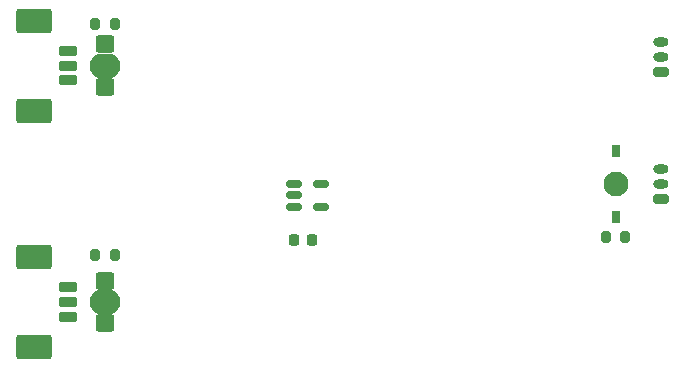
<source format=gbr>
%TF.GenerationSoftware,KiCad,Pcbnew,(6.0.4-0)*%
%TF.CreationDate,2022-12-31T15:50:49-05:00*%
%TF.ProjectId,ANDgate,414e4467-6174-4652-9e6b-696361645f70,rev?*%
%TF.SameCoordinates,Original*%
%TF.FileFunction,Soldermask,Top*%
%TF.FilePolarity,Negative*%
%FSLAX46Y46*%
G04 Gerber Fmt 4.6, Leading zero omitted, Abs format (unit mm)*
G04 Created by KiCad (PCBNEW (6.0.4-0)) date 2022-12-31 15:50:49*
%MOMM*%
%LPD*%
G01*
G04 APERTURE LIST*
G04 Aperture macros list*
%AMRoundRect*
0 Rectangle with rounded corners*
0 $1 Rounding radius*
0 $2 $3 $4 $5 $6 $7 $8 $9 X,Y pos of 4 corners*
0 Add a 4 corners polygon primitive as box body*
4,1,4,$2,$3,$4,$5,$6,$7,$8,$9,$2,$3,0*
0 Add four circle primitives for the rounded corners*
1,1,$1+$1,$2,$3*
1,1,$1+$1,$4,$5*
1,1,$1+$1,$6,$7*
1,1,$1+$1,$8,$9*
0 Add four rect primitives between the rounded corners*
20,1,$1+$1,$2,$3,$4,$5,0*
20,1,$1+$1,$4,$5,$6,$7,0*
20,1,$1+$1,$6,$7,$8,$9,0*
20,1,$1+$1,$8,$9,$2,$3,0*%
G04 Aperture macros list end*
%ADD10RoundRect,0.200000X0.450000X-0.200000X0.450000X0.200000X-0.450000X0.200000X-0.450000X-0.200000X0*%
%ADD11O,1.300000X0.800000*%
%ADD12C,2.100000*%
%ADD13R,0.700000X1.000000*%
%ADD14RoundRect,0.200000X-0.600000X0.200000X-0.600000X-0.200000X0.600000X-0.200000X0.600000X0.200000X0*%
%ADD15RoundRect,0.250001X-1.249999X0.799999X-1.249999X-0.799999X1.249999X-0.799999X1.249999X0.799999X0*%
%ADD16O,2.600000X2.100000*%
%ADD17RoundRect,0.300000X0.500000X-0.450000X0.500000X0.450000X-0.500000X0.450000X-0.500000X-0.450000X0*%
%ADD18RoundRect,0.150000X-0.512500X-0.150000X0.512500X-0.150000X0.512500X0.150000X-0.512500X0.150000X0*%
%ADD19RoundRect,0.200000X-0.200000X-0.275000X0.200000X-0.275000X0.200000X0.275000X-0.200000X0.275000X0*%
%ADD20RoundRect,0.225000X0.225000X0.250000X-0.225000X0.250000X-0.225000X-0.250000X0.225000X-0.250000X0*%
G04 APERTURE END LIST*
D10*
%TO.C,J4*%
X173300000Y-95500000D03*
D11*
X173300000Y-94250000D03*
X173300000Y-93000000D03*
%TD*%
D10*
%TO.C,J3*%
X173300000Y-106250000D03*
D11*
X173300000Y-105000000D03*
X173300000Y-103750000D03*
%TD*%
D12*
%TO.C,D3*%
X169500000Y-105000000D03*
D13*
X169500000Y-102200000D03*
X169500000Y-107800000D03*
%TD*%
D14*
%TO.C,J1*%
X123150000Y-93750000D03*
X123150000Y-95000000D03*
X123150000Y-96250000D03*
D15*
X120250000Y-91200000D03*
X120250000Y-98800000D03*
%TD*%
D16*
%TO.C,D2*%
X126250000Y-115000000D03*
D17*
X126250000Y-116800000D03*
X126250000Y-113200000D03*
%TD*%
D18*
%TO.C,U1*%
X142240000Y-105034000D03*
X142240000Y-105984000D03*
X142240000Y-106934000D03*
X144515000Y-106934000D03*
X144515000Y-105034000D03*
%TD*%
D16*
%TO.C,D1*%
X126250000Y-95000000D03*
D17*
X126250000Y-96800000D03*
X126250000Y-93200000D03*
%TD*%
D19*
%TO.C,R3*%
X168675000Y-109500000D03*
X170325000Y-109500000D03*
%TD*%
%TO.C,R1*%
X125425000Y-91500000D03*
X127075000Y-91500000D03*
%TD*%
D20*
%TO.C,C1*%
X143775000Y-109750000D03*
X142225000Y-109750000D03*
%TD*%
D14*
%TO.C,J2*%
X123150000Y-113750000D03*
X123150000Y-115000000D03*
X123150000Y-116250000D03*
D15*
X120250000Y-111200000D03*
X120250000Y-118800000D03*
%TD*%
D19*
%TO.C,R2*%
X125425000Y-111000000D03*
X127075000Y-111000000D03*
%TD*%
M02*

</source>
